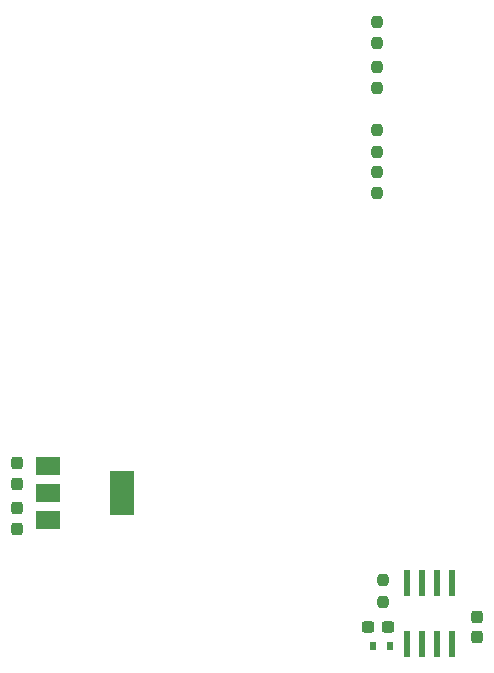
<source format=gbr>
%TF.GenerationSoftware,KiCad,Pcbnew,(6.0.1)*%
%TF.CreationDate,2023-03-02T15:38:04+08:00*%
%TF.ProjectId,Scroller Motor 1,5363726f-6c6c-4657-9220-4d6f746f7220,rev?*%
%TF.SameCoordinates,Original*%
%TF.FileFunction,Paste,Top*%
%TF.FilePolarity,Positive*%
%FSLAX46Y46*%
G04 Gerber Fmt 4.6, Leading zero omitted, Abs format (unit mm)*
G04 Created by KiCad (PCBNEW (6.0.1)) date 2023-03-02 15:38:04*
%MOMM*%
%LPD*%
G01*
G04 APERTURE LIST*
G04 Aperture macros list*
%AMRoundRect*
0 Rectangle with rounded corners*
0 $1 Rounding radius*
0 $2 $3 $4 $5 $6 $7 $8 $9 X,Y pos of 4 corners*
0 Add a 4 corners polygon primitive as box body*
4,1,4,$2,$3,$4,$5,$6,$7,$8,$9,$2,$3,0*
0 Add four circle primitives for the rounded corners*
1,1,$1+$1,$2,$3*
1,1,$1+$1,$4,$5*
1,1,$1+$1,$6,$7*
1,1,$1+$1,$8,$9*
0 Add four rect primitives between the rounded corners*
20,1,$1+$1,$2,$3,$4,$5,0*
20,1,$1+$1,$4,$5,$6,$7,0*
20,1,$1+$1,$6,$7,$8,$9,0*
20,1,$1+$1,$8,$9,$2,$3,0*%
G04 Aperture macros list end*
%ADD10RoundRect,0.237500X-0.300000X-0.237500X0.300000X-0.237500X0.300000X0.237500X-0.300000X0.237500X0*%
%ADD11RoundRect,0.237500X0.237500X-0.300000X0.237500X0.300000X-0.237500X0.300000X-0.237500X-0.300000X0*%
%ADD12RoundRect,0.237500X-0.237500X0.250000X-0.237500X-0.250000X0.237500X-0.250000X0.237500X0.250000X0*%
%ADD13RoundRect,0.237500X0.237500X-0.250000X0.237500X0.250000X-0.237500X0.250000X-0.237500X-0.250000X0*%
%ADD14R,2.000000X1.500000*%
%ADD15R,2.000000X3.800000*%
%ADD16R,0.600000X2.200000*%
%ADD17R,0.600000X0.700000*%
G04 APERTURE END LIST*
D10*
%TO.C,C4*%
X121737500Y-128200000D03*
X123462500Y-128200000D03*
%TD*%
D11*
%TO.C,C3*%
X131000000Y-129000000D03*
X131000000Y-127275000D03*
%TD*%
%TO.C,C1*%
X92075000Y-119835000D03*
X92075000Y-118110000D03*
%TD*%
D12*
%TO.C,RM_1*%
X122555000Y-86082500D03*
X122555000Y-87907500D03*
%TD*%
%TO.C,RS_2*%
X122555000Y-80725000D03*
X122555000Y-82550000D03*
%TD*%
D13*
%TO.C,RT_1*%
X123000000Y-124200000D03*
X123000000Y-126025000D03*
%TD*%
D12*
%TO.C,RM_2*%
X122555000Y-89615000D03*
X122555000Y-91440000D03*
%TD*%
%TO.C,RS_1*%
X122555000Y-76915000D03*
X122555000Y-78740000D03*
%TD*%
D14*
%TO.C,AMS1*%
X94665000Y-114540000D03*
D15*
X100965000Y-116840000D03*
D14*
X94665000Y-116840000D03*
X94665000Y-119140000D03*
%TD*%
D16*
%TO.C,MT6701*%
X125095000Y-129600000D03*
X126365000Y-129600000D03*
X127635000Y-129600000D03*
X128905000Y-129600000D03*
X128905000Y-124400000D03*
X127635000Y-124400000D03*
X126365000Y-124400000D03*
X125095000Y-124400000D03*
%TD*%
D11*
%TO.C,C2*%
X92075000Y-114300000D03*
X92075000Y-116025000D03*
%TD*%
D17*
%TO.C,D1*%
X123600000Y-129800000D03*
X122200000Y-129800000D03*
%TD*%
M02*

</source>
